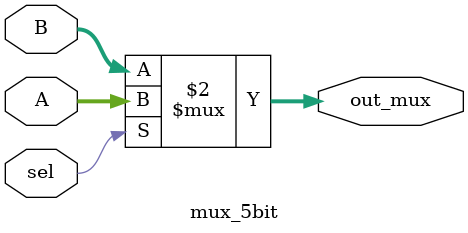
<source format=v>
`timescale 1ns / 1ps
module mux_5bit(
    input [4:0] A,
    input [4:0] B,
    input sel,
    output reg [4:0]out_mux
    );
	always@(*)
		begin
			out_mux <= sel?A:B;
			end

endmodule
</source>
